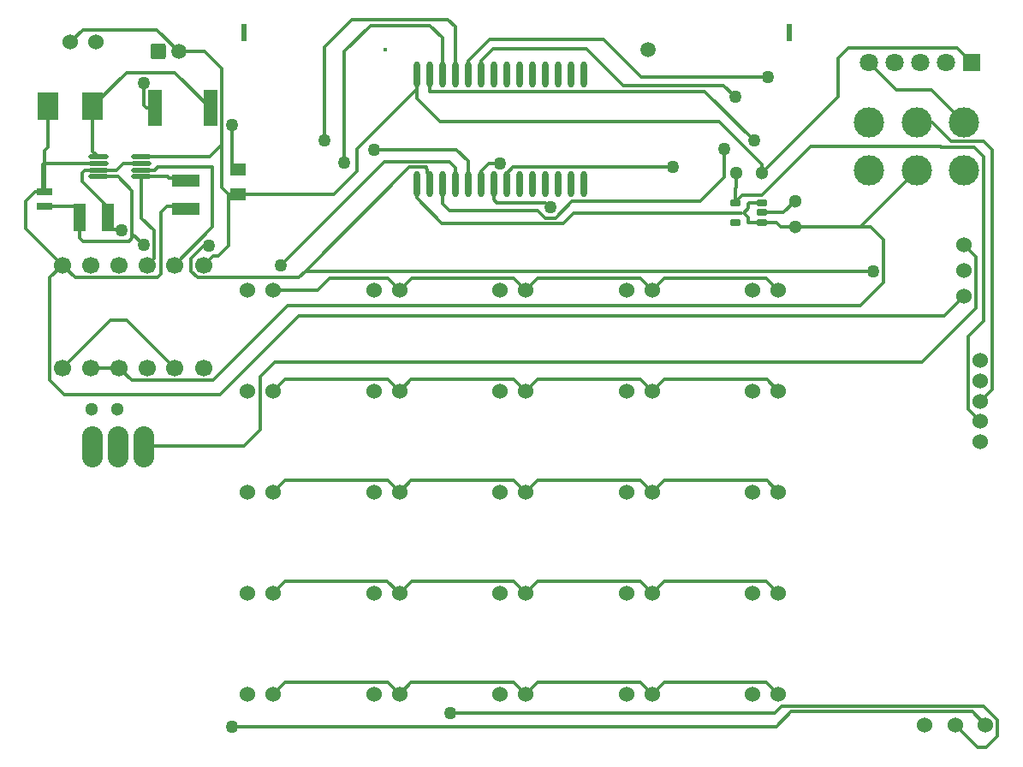
<source format=gbl>
G04 Layer_Physical_Order=2*
G04 Layer_Color=11436288*
%FSLAX44Y44*%
%MOMM*%
G71*
G01*
G75*
%ADD12C,0.3000*%
%ADD13C,1.5240*%
%ADD14R,0.5000X1.8000*%
%ADD15C,1.5000*%
%ADD16C,0.3810*%
%ADD17C,1.3000*%
%ADD18C,3.0000*%
%ADD19R,1.8000X1.8000*%
%ADD20C,1.8000*%
G04:AMPARAMS|DCode=21|XSize=1.5mm|YSize=1.5mm|CornerRadius=0.1875mm|HoleSize=0mm|Usage=FLASHONLY|Rotation=180.000|XOffset=0mm|YOffset=0mm|HoleType=Round|Shape=RoundedRectangle|*
%AMROUNDEDRECTD21*
21,1,1.5000,1.1250,0,0,180.0*
21,1,1.1250,1.5000,0,0,180.0*
1,1,0.3750,-0.5625,0.5625*
1,1,0.3750,0.5625,0.5625*
1,1,0.3750,0.5625,-0.5625*
1,1,0.3750,-0.5625,-0.5625*
%
%ADD21ROUNDEDRECTD21*%
%ADD22C,1.7000*%
%ADD23O,2.0320X4.0640*%
%ADD24C,1.2700*%
%ADD25O,0.6000X2.5500*%
%ADD26R,1.4000X3.5600*%
%ADD27R,1.3000X2.7000*%
%ADD28R,2.7000X1.3000*%
%ADD29O,2.0000X0.4500*%
%ADD30R,2.1590X2.7430*%
%ADD31R,1.6000X1.2000*%
%ADD32R,1.5000X0.8000*%
G04:AMPARAMS|DCode=33|XSize=1.1mm|YSize=0.6mm|CornerRadius=0.15mm|HoleSize=0mm|Usage=FLASHONLY|Rotation=180.000|XOffset=0mm|YOffset=0mm|HoleType=Round|Shape=RoundedRectangle|*
%AMROUNDEDRECTD33*
21,1,1.1000,0.3000,0,0,180.0*
21,1,0.8000,0.6000,0,0,180.0*
1,1,0.3000,-0.4000,0.1500*
1,1,0.3000,0.4000,0.1500*
1,1,0.3000,0.4000,-0.1500*
1,1,0.3000,-0.4000,-0.1500*
%
%ADD33ROUNDEDRECTD33*%
D12*
X826208Y1219000D02*
X862838Y1182370D01*
X734450Y1219000D02*
X826208D01*
X721950Y1206500D02*
X734450Y1219000D01*
X843370Y1228000D02*
X880872Y1190498D01*
X730922Y1228000D02*
X843370D01*
X709250Y1206328D02*
X730922Y1228000D01*
X981768Y1056179D02*
X986357Y1051590D01*
X981768Y1056179D02*
X986357Y1060768D01*
Y1047000D02*
Y1051590D01*
Y1060768D02*
Y1065357D01*
X957646Y1056145D02*
X979846Y1056168D01*
X957646Y1056145D02*
Y1056145D01*
X946546Y1056134D02*
X957646Y1056145D01*
X813344Y1056000D02*
X857745Y1056045D01*
X946546Y1056134D01*
X803134Y1045790D02*
X813344Y1056000D01*
X986357Y1047000D02*
X1000000D01*
X987000Y1066000D02*
X1000000D01*
X986357Y1065357D02*
X987000Y1066000D01*
X272000Y1067528D02*
X281472Y1077000D01*
X272000Y1040800D02*
Y1067528D01*
Y1040800D02*
X308000Y1004800D01*
X453636Y1111750D02*
X466000Y1124114D01*
Y1081440D02*
Y1124114D01*
Y1081440D02*
X472440Y1075000D01*
X475996Y1099000D02*
Y1143004D01*
Y1099000D02*
X482000D01*
X976376Y1066000D02*
Y1069594D01*
X1097600Y1042600D02*
X1107440D01*
X290500Y1105250D02*
X343500D01*
X289402D02*
X290500D01*
Y1117600D01*
Y1077000D02*
Y1105250D01*
X288798Y1077000D02*
Y1104646D01*
Y1077000D02*
X290500D01*
X281472D02*
X288798D01*
X388400Y825500D02*
X487680D01*
X658450Y1178560D02*
Y1193500D01*
Y1169080D02*
Y1178560D01*
X377166Y1036090D02*
Y1078304D01*
Y1031240D02*
Y1036090D01*
X391160Y1159764D02*
X399700D01*
X353000Y1039876D02*
X365760D01*
X548640Y998474D02*
X651510Y1101344D01*
X683696Y1045790D02*
X803134D01*
X658450Y1071036D02*
X683696Y1045790D01*
X658450Y1071036D02*
Y1084500D01*
X295402Y992202D02*
X308000Y1004800D01*
X295402Y890778D02*
Y992202D01*
Y890778D02*
X309880Y876300D01*
X463804D01*
X541782Y954278D01*
X1180678D01*
X1200000Y973600D01*
X388400Y825300D02*
Y825500D01*
X487680D02*
X503936Y841756D01*
Y894080D01*
X518160Y908304D01*
X1158240D01*
X1211834Y961898D01*
Y1012566D01*
X1200000Y1024400D02*
X1211834Y1012566D01*
X1208136Y562864D02*
X1221000Y550000D01*
X1028954Y562864D02*
X1208136D01*
X1013968Y547878D02*
X1028954Y562864D01*
X475996Y547878D02*
X1013968D01*
X753954Y1101344D02*
X911860D01*
X747350Y1094740D02*
X753954Y1101344D01*
X747350Y1084500D02*
Y1094740D01*
X658450Y1169080D02*
X681228Y1146302D01*
X957727D01*
X1000000Y1104029D01*
Y1096000D02*
Y1104029D01*
X482000Y1075000D02*
X576906D01*
X599418Y1097512D01*
Y1119528D01*
X658450Y1178560D01*
X353000Y1047000D02*
Y1061780D01*
X327660Y1087120D02*
X353000Y1061780D01*
X327660Y1087120D02*
Y1096210D01*
X330200Y1098750D01*
X343500D01*
X338100Y1117150D02*
Y1162000D01*
Y1117150D02*
X343500Y1111750D01*
X386500Y1098750D02*
X399742D01*
X402590Y1101598D01*
X456692D01*
Y1042492D02*
Y1101598D01*
X419000Y1004800D02*
X456692Y1042492D01*
X1004530Y991870D02*
X1016400Y980000D01*
X903270Y991870D02*
X1004530D01*
X891400Y980000D02*
X903270Y991870D01*
X879530D02*
X891400Y980000D01*
X778270Y991870D02*
X879530D01*
X766400Y980000D02*
X778270Y991870D01*
X516400Y980000D02*
X560392D01*
X572262Y991870D01*
X629530D01*
X641400Y980000D01*
X754530Y991870D02*
X766400Y980000D01*
X653270Y991870D02*
X754530D01*
X641400Y980000D02*
X653270Y991870D01*
X1004606Y891794D02*
X1016400Y880000D01*
X903194Y891794D02*
X1004606D01*
X891400Y880000D02*
X903194Y891794D01*
X879606D02*
X891400Y880000D01*
X778194Y891794D02*
X879606D01*
X766400Y880000D02*
X778194Y891794D01*
X586800Y1106230D02*
Y1215704D01*
X612648Y1241552D01*
X671658D01*
X683850Y1229360D01*
Y1193500D02*
Y1229360D01*
X629606Y891794D02*
X641400Y880000D01*
X528194Y891794D02*
X629606D01*
X516400Y880000D02*
X528194Y891794D01*
X754606D02*
X766400Y880000D01*
X653194Y891794D02*
X754606D01*
X641400Y880000D02*
X653194Y891794D01*
X1004682Y791718D02*
X1016400Y780000D01*
X903118Y791718D02*
X1004682D01*
X891400Y780000D02*
X903118Y791718D01*
X879682D02*
X891400Y780000D01*
X778118Y791718D02*
X879682D01*
X766400Y780000D02*
X778118Y791718D01*
X696550Y1193500D02*
Y1240200D01*
X689610Y1247140D02*
X696550Y1240200D01*
X594106Y1247140D02*
X689610D01*
X566928Y1219962D02*
X594106Y1247140D01*
X566928Y1128014D02*
Y1219962D01*
X629682Y791718D02*
X641400Y780000D01*
X528118Y791718D02*
X629682D01*
X516400Y780000D02*
X528118Y791718D01*
X754682D02*
X766400Y780000D01*
X653118Y791718D02*
X754682D01*
X641400Y780000D02*
X653118Y791718D01*
X1004504Y691896D02*
X1016400Y680000D01*
X903296Y691896D02*
X1004504D01*
X891400Y680000D02*
X903296Y691896D01*
X879504D02*
X891400Y680000D01*
X778296Y691896D02*
X879504D01*
X766400Y680000D02*
X778296Y691896D01*
X709250Y1193500D02*
Y1206328D01*
X880872Y1190498D02*
X1005840D01*
X629504Y691896D02*
X641400Y680000D01*
X528296Y691896D02*
X629504D01*
X516400Y680000D02*
X528296Y691896D01*
X754504D02*
X766400Y680000D01*
X653296Y691896D02*
X754504D01*
X641400Y680000D02*
X653296Y691896D01*
X1004580Y591820D02*
X1016400Y580000D01*
X903220Y591820D02*
X1004580D01*
X891400Y580000D02*
X903220Y591820D01*
X879580D02*
X891400Y580000D01*
X778220Y591820D02*
X879580D01*
X766400Y580000D02*
X778220Y591820D01*
X629580D02*
X641400Y580000D01*
X528220Y591820D02*
X629580D01*
X516400Y580000D02*
X528220Y591820D01*
X754580D02*
X766400Y580000D01*
X653220Y591820D02*
X754580D01*
X641400Y580000D02*
X653220Y591820D01*
X651510Y1101344D02*
X667848D01*
X671150Y1084500D01*
X548640Y998474D02*
X1109726D01*
X542290Y992124D02*
X548640Y998474D01*
X441960Y992124D02*
X542290D01*
X435356Y998728D02*
X441960Y992124D01*
X435356Y998728D02*
Y1011174D01*
X447802Y1023620D01*
X452882D01*
X1107440Y1042600D02*
X1120140Y1029900D01*
Y987298D02*
Y1029900D01*
X1097280Y964438D02*
X1120140Y987298D01*
X531114Y964438D02*
X1097280D01*
X457200Y890524D02*
X531114Y964438D01*
X376676Y890524D02*
X457200D01*
X364000Y903200D02*
X376676Y890524D01*
X524510Y1004570D02*
X626872Y1106932D01*
X690880D01*
X696550Y1101262D01*
Y1084500D02*
Y1101262D01*
X343500Y1092250D02*
X363220D01*
X377166Y1036090D02*
X388366Y1024890D01*
X353000Y1039876D02*
Y1047000D01*
X365760Y1039876D02*
X366776Y1038860D01*
X448000Y1004800D02*
X457205Y1014005D01*
X462688D01*
X472186Y1023503D01*
Y1074746D01*
X472440Y1075000D01*
X734650Y1069340D02*
Y1084500D01*
Y1069340D02*
X737444Y1066546D01*
X786130D01*
X790956Y1061720D01*
X962914Y1091438D02*
Y1119378D01*
X939038Y1067562D02*
X962914Y1091438D01*
X812292Y1067562D02*
X939038D01*
X796060Y1051330D02*
X812292Y1067562D01*
X785344Y1051330D02*
X796060D01*
X778002Y1058672D02*
X785344Y1051330D01*
X690880Y1058672D02*
X778002D01*
X683850Y1065702D02*
X690880Y1058672D01*
X683850Y1065702D02*
Y1084500D01*
X962152Y1182370D02*
X973328Y1171194D01*
X862838Y1182370D02*
X962152D01*
X721950Y1193500D02*
Y1206500D01*
X1000000Y1096000D02*
X1075182Y1171182D01*
Y1209040D01*
X1085596Y1219454D01*
X1193146D01*
X1207600Y1205000D01*
X671150Y1176274D02*
Y1193500D01*
Y1176274D02*
X943610D01*
X992124Y1127760D01*
X413238Y1091000D02*
X439000D01*
X411988Y1092250D02*
X413238Y1091000D01*
X386500Y1092250D02*
X411988D01*
X386500Y1051218D02*
Y1092250D01*
Y1051218D02*
X398756Y1038962D01*
Y1011556D02*
Y1038962D01*
X392000Y1004800D02*
X398756Y1011556D01*
X325000Y1031868D02*
Y1047000D01*
Y1031868D02*
X328398Y1028470D01*
X374396D01*
X377166Y1031240D01*
X363220Y1092250D02*
X377166Y1078304D01*
X418997Y1195303D02*
X454300Y1160000D01*
X371402Y1195303D02*
X418997D01*
X338100Y1162000D02*
X371402Y1195303D01*
X388366Y1162558D02*
Y1184910D01*
Y1162558D02*
X391160Y1159764D01*
X399700D02*
Y1160000D01*
X448462Y1216000D02*
X465582Y1198880D01*
X472440Y1075000D02*
X482000D01*
X423000Y1216000D02*
X448462D01*
X465582Y1123696D02*
Y1198880D01*
X386500Y1111750D02*
X453636D01*
X1021500Y1056500D02*
X1033000Y1068000D01*
X1000000Y1056500D02*
X1021500D01*
X729824Y1105154D02*
X741000D01*
X721950Y1097280D02*
X729824Y1105154D01*
X721950Y1084500D02*
Y1097280D01*
X616000Y1118870D02*
X697820D01*
X709250Y1107440D01*
Y1084500D02*
Y1107440D01*
X691388Y561340D02*
X1012698D01*
X1019810Y568452D01*
X1219200D01*
X1232662Y554990D01*
Y538480D02*
Y554990D01*
X1221994Y527812D02*
X1232662Y538480D01*
X1213188Y527812D02*
X1221994D01*
X1191000Y550000D02*
X1213188Y527812D01*
X308000Y1004800D02*
X320676Y992124D01*
X402082D01*
X405638Y995680D01*
Y1057158D01*
X411480Y1063000D01*
X439000D01*
X974000Y1066000D02*
X976376D01*
Y1069594D02*
X980440Y1073658D01*
X999998D01*
X1048258Y1121918D01*
X1176661D01*
X1177159Y1121420D01*
X1209538Y1121420D01*
X1219200Y1111758D01*
Y949452D02*
Y1111758D01*
X1204214Y934466D02*
X1219200Y949452D01*
X1204214Y861785D02*
Y934466D01*
Y861785D02*
X1216000Y850000D01*
Y870000D02*
X1227836Y881836D01*
Y1118324D01*
X1219200Y1126960D02*
X1227836Y1118324D01*
X1187440Y1126960D02*
X1219200D01*
X1168400Y1146000D02*
X1187440Y1126960D01*
X1153000Y1146000D02*
X1168400D01*
X1106000Y1205000D02*
X1132694Y1178306D01*
X1167694D01*
X1200000Y1146000D01*
X288798Y1104646D02*
X289402Y1105250D01*
X325000Y1047000D02*
Y1063000D01*
X290500D02*
X325000D01*
X1097600Y1042600D02*
X1153000Y1098000D01*
X1033000Y1042600D02*
X1097600D01*
X316000Y1225000D02*
X328488Y1237488D01*
X401512D01*
X423000Y1216000D01*
X371732Y950468D02*
X419000Y903200D01*
X355268Y950468D02*
X371732D01*
X308000Y903200D02*
X355268Y950468D01*
X974600Y1081116D02*
Y1096000D01*
X974000Y1080516D02*
X974600Y1081116D01*
X974000Y1066000D02*
Y1080516D01*
X336000Y903200D02*
X364000D01*
X1018622Y1042600D02*
X1033000D01*
X1014222Y1047000D02*
X1018622Y1042600D01*
X1000000Y1047000D02*
X1014222D01*
X293900Y1121000D02*
Y1162000D01*
X290500Y1117600D02*
X293900Y1121000D01*
X368196Y1105250D02*
X386500D01*
X361696Y1098750D02*
X368196Y1105250D01*
X343500Y1098750D02*
X361696D01*
D13*
X1161000Y550000D02*
D03*
X1191000D02*
D03*
X1221000D02*
D03*
X1216000Y830000D02*
D03*
Y850000D02*
D03*
Y870000D02*
D03*
Y890000D02*
D03*
Y910000D02*
D03*
X316000Y1225000D02*
D03*
X341000D02*
D03*
X641400Y980000D02*
D03*
X616000D02*
D03*
X766400D02*
D03*
X741000D02*
D03*
X891400D02*
D03*
X866000D02*
D03*
X1016400D02*
D03*
X991000D02*
D03*
X516400Y880000D02*
D03*
X491000D02*
D03*
X641400D02*
D03*
X616000D02*
D03*
X766400D02*
D03*
X741000D02*
D03*
X891400D02*
D03*
X866000D02*
D03*
X1016400D02*
D03*
X991000D02*
D03*
X516400Y780000D02*
D03*
X491000D02*
D03*
X641400D02*
D03*
X616000D02*
D03*
X766400D02*
D03*
X741000D02*
D03*
X891400D02*
D03*
X866000D02*
D03*
X1016400D02*
D03*
X991000D02*
D03*
X516400Y680000D02*
D03*
X491000D02*
D03*
X641400D02*
D03*
X616000D02*
D03*
X766400D02*
D03*
X741000D02*
D03*
X891400D02*
D03*
X866000D02*
D03*
X1016400D02*
D03*
X991000D02*
D03*
X516400Y580000D02*
D03*
X491000D02*
D03*
X641400D02*
D03*
X616000D02*
D03*
X766400D02*
D03*
X741000D02*
D03*
X891400D02*
D03*
X866000D02*
D03*
X1016400D02*
D03*
X991000D02*
D03*
X1200000Y999000D02*
D03*
Y1024400D02*
D03*
Y973600D02*
D03*
X516400Y980000D02*
D03*
X491000D02*
D03*
D14*
X1027430Y1234440D02*
D03*
X487430D02*
D03*
D15*
X887430Y1217440D02*
D03*
X423000Y1216000D02*
D03*
D16*
X627430Y1217440D02*
D03*
D17*
X974600Y1096000D02*
D03*
X1000000D02*
D03*
X1033000Y1042600D02*
D03*
Y1068000D02*
D03*
X336600Y862000D02*
D03*
X362000D02*
D03*
D18*
X1200000Y1146000D02*
D03*
X1153000D02*
D03*
X1106000D02*
D03*
Y1098000D02*
D03*
X1153000D02*
D03*
X1200000D02*
D03*
D19*
X1207600Y1205000D02*
D03*
D20*
X1182200D02*
D03*
X1156800D02*
D03*
X1131400D02*
D03*
X1106000D02*
D03*
D21*
X403000Y1216000D02*
D03*
D22*
X448000Y903200D02*
D03*
Y1004800D02*
D03*
X392000Y903200D02*
D03*
Y1004800D02*
D03*
X336000Y903200D02*
D03*
Y1004800D02*
D03*
X364000Y903200D02*
D03*
Y1004800D02*
D03*
X308000Y903200D02*
D03*
Y1004800D02*
D03*
X419000D02*
D03*
Y903200D02*
D03*
D23*
X337600Y825300D02*
D03*
X363000D02*
D03*
X388400D02*
D03*
D24*
X475996Y547878D02*
D03*
X911860Y1101344D02*
D03*
X586800Y1106230D02*
D03*
X566928Y1128014D02*
D03*
X1005840Y1190498D02*
D03*
X452882Y1023620D02*
D03*
X1109726Y998474D02*
D03*
X524510Y1004570D02*
D03*
X388366Y1024890D02*
D03*
X366776Y1038860D02*
D03*
X790956Y1061720D02*
D03*
X962914Y1119378D02*
D03*
X973328Y1171194D02*
D03*
X992124Y1127760D02*
D03*
X388366Y1184910D02*
D03*
X475996Y1143004D02*
D03*
X741000Y1105154D02*
D03*
X616000Y1118870D02*
D03*
X691388Y561340D02*
D03*
D25*
X658450Y1193500D02*
D03*
X671150D02*
D03*
X683850D02*
D03*
X696550D02*
D03*
X709250D02*
D03*
X721950D02*
D03*
X734650D02*
D03*
X747350D02*
D03*
X760050D02*
D03*
X772750D02*
D03*
X785450D02*
D03*
X798150D02*
D03*
X810850D02*
D03*
X823550D02*
D03*
X658450Y1084500D02*
D03*
X671150D02*
D03*
X683850D02*
D03*
X696550D02*
D03*
X709250D02*
D03*
X721950D02*
D03*
X734650D02*
D03*
X747350D02*
D03*
X760050D02*
D03*
X772750D02*
D03*
X785450D02*
D03*
X798150D02*
D03*
X810850D02*
D03*
X823550D02*
D03*
D26*
X454300Y1160000D02*
D03*
X399700D02*
D03*
D27*
X325000Y1052000D02*
D03*
X353000D02*
D03*
D28*
X430000Y1060000D02*
D03*
Y1088000D02*
D03*
D29*
X343500Y1092250D02*
D03*
Y1098750D02*
D03*
Y1105250D02*
D03*
Y1111750D02*
D03*
X386500Y1092250D02*
D03*
Y1098750D02*
D03*
Y1105250D02*
D03*
Y1111750D02*
D03*
D30*
X293900Y1162000D02*
D03*
X338100D02*
D03*
D31*
X482000Y1075000D02*
D03*
Y1099000D02*
D03*
D32*
X290500Y1077000D02*
D03*
Y1063000D02*
D03*
D33*
X1000000Y1047000D02*
D03*
X974000Y1066000D02*
D03*
X1000000Y1056500D02*
D03*
X974000Y1047000D02*
D03*
X1000000Y1066000D02*
D03*
M02*

</source>
